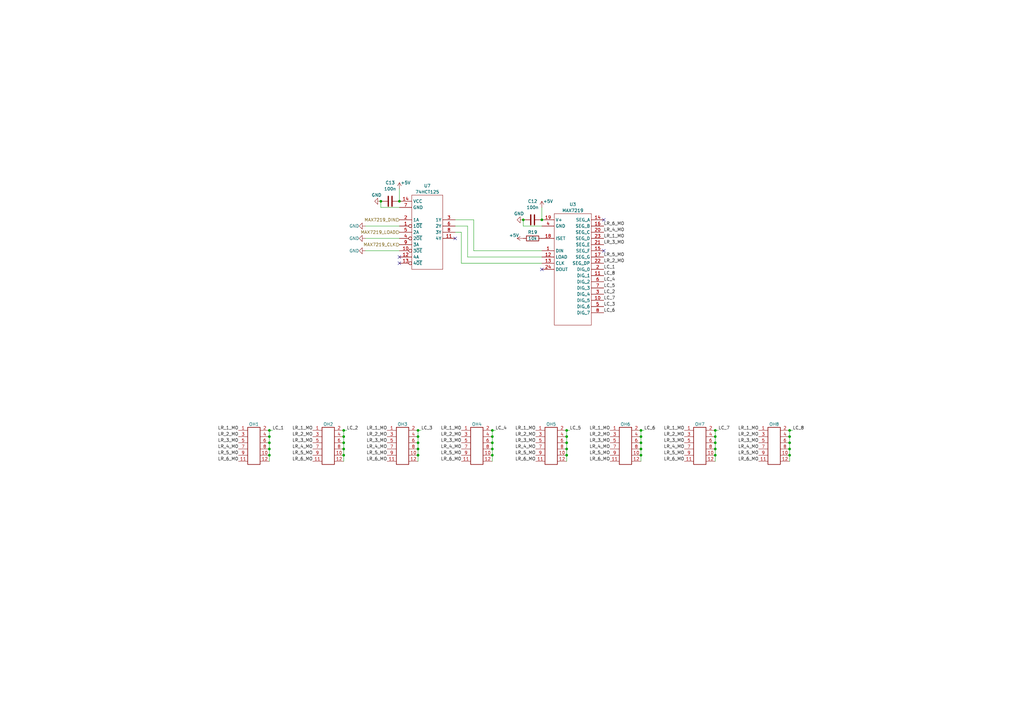
<source format=kicad_sch>
(kicad_sch (version 20211123) (generator eeschema)
  (paper "A3")
  (title_block (title "OpenDeck v2"))
  (lib_symbols
    (symbol "Connector_Generic:Conn_02x06_Odd_Even" (pin_names (offset 1.016) hide)
      (property "Reference" "OH1" (at 1.27 10.16 0))
      (symbol "Conn_02x06_Odd_Even_1_1"
        (rectangle (start -1.27 6.35) (end 3.81 -8.89) (stroke (width 0.254)))
        (pin passive line (at -5.08 5.08 0) (length 3.81) (name "Pin_1") (number "1"))
        (pin passive line (at 7.62 -5.08 180) (length 3.81) (name "Pin_10") (number "10"))
        (pin passive line (at -5.08 -7.62 0) (length 3.81) (name "Pin_11") (number "11"))
        (pin passive line (at 7.62 -7.62 180) (length 3.81) (name "Pin_12") (number "12"))
        (pin passive line (at 7.62 5.08 180) (length 3.81) (name "Pin_2") (number "2"))
        (pin passive line (at -5.08 2.54 0) (length 3.81) (name "Pin_3") (number "3"))
        (pin passive line (at 7.62 2.54 180) (length 3.81) (name "Pin_4") (number "4"))
        (pin passive line (at -5.08 0 0) (length 3.81) (name "Pin_5") (number "5"))
        (pin passive line (at 7.62 0 180) (length 3.81) (name "Pin_6") (number "6"))
        (pin passive line (at -5.08 -2.54 0) (length 3.81) (name "Pin_7") (number "7"))
        (pin passive line (at 7.62 -2.54 180) (length 3.81) (name "Pin_8") (number "8"))
        (pin passive line (at -5.08 -5.08 0) (length 3.81) (name "Pin_9") (number "9"))
      )
    )
    (symbol "Device:C" (pin_numbers hide) (pin_names (offset 0.254))
      (property "Reference" "C" (at 0.635 2.54 0))
      (property "Value" "C" (at 0.635 -2.54 0))
      (symbol "C_0_1"
        (polyline (pts (xy -2.032 -0.762) (xy 2.032 -0.762)) (stroke (width 0.508)))
        (polyline (pts (xy -2.032 0.762) (xy 2.032 0.762)) (stroke (width 0.508)))
      )
      (symbol "C_1_1"
        (pin passive line (at 0 3.81 270) (length 2.794) (name "~") (number "1"))
        (pin passive line (at 0 -3.81 90) (length 2.794) (name "~") (number "2"))
      )
    )
    (symbol "Device:R" (pin_numbers hide) (pin_names (offset 0))
      (property "Reference" "R" (at 2.032 0 90))
      (property "Value" "R" (at 0 0 90))
      (symbol "R_0_1"
        (rectangle (start -1.016 -2.54) (end 1.016 2.54) (stroke (width 0.254)))
      )
      (symbol "R_1_1"
        (pin passive line (at 0 3.81 270) (length 1.27) (name "~") (number "1"))
        (pin passive line (at 0 -3.81 90) (length 1.27) (name "~") (number "2"))
      )
    )
    (symbol "Igor:74AHCT125"
      (property "Reference" "U?" (at 6.35 34.29 0))
      (property "Value" "74AHCT125" (at 6.35 31.75 0))
      (symbol "74AHCT125_0_0"
        (pin power_in line (at -5.08 27.94 0) (length 5.08) (name "VCC") (number "14"))
      )
      (symbol "74AHCT125_0_1"
        (rectangle (start 0 30.48) (end 12.7 0))
      )
      (symbol "74AHCT125_1_1"
        (pin input inverted (at -5.08 17.78 0) (length 5.08) (name "1~{OE}") (number "1"))
        (pin input inverted (at -5.08 7.62 0) (length 5.08) (name "3~{OE}") (number "10"))
        (pin output line (at 17.78 12.7 180) (length 5.08) (name "4Y") (number "11"))
        (pin input line (at -5.08 5.08 0) (length 5.08) (name "4A") (number "12"))
        (pin input inverted (at -5.08 2.54 0) (length 5.08) (name "4~{OE}") (number "13"))
        (pin input line (at -5.08 20.32 0) (length 5.08) (name "1A") (number "2"))
        (pin output line (at 17.78 20.32 180) (length 5.08) (name "1Y") (number "3"))
        (pin input inverted (at -5.08 12.7 0) (length 5.08) (name "2~{OE}") (number "4"))
        (pin input line (at -5.08 15.24 0) (length 5.08) (name "2A") (number "5"))
        (pin output line (at 17.78 17.78 180) (length 5.08) (name "2Y") (number "6"))
        (pin power_in line (at -5.08 25.4 0) (length 5.08) (name "GND") (number "7"))
        (pin output line (at 17.78 15.24 180) (length 5.08) (name "3Y") (number "8"))
        (pin input line (at -5.08 10.16 0) (length 5.08) (name "3A") (number "9"))
      )
    )
    (symbol "Igor:MAX7219"
      (property "Reference" "U?" (at 7.62 49.53 0))
      (property "Value" "MAX7219" (at 7.62 46.99 0))
      (symbol "MAX7219_0_1"
        (rectangle (start 0 45.72) (end 15.24 0))
      )
      (symbol "MAX7219_1_1"
        (pin input line (at -5.08 30.48 0) (length 5.08) (name "DIN") (number "1"))
        (pin output line (at 20.32 10.16 180) (length 5.08) (name "DIG_5") (number "10"))
        (pin output line (at 20.32 20.32 180) (length 5.08) (name "DIG_1") (number "11"))
        (pin input line (at -5.08 27.94 0) (length 5.08) (name "LOAD") (number "12"))
        (pin input line (at -5.08 25.4 0) (length 5.08) (name "CLK") (number "13"))
        (pin output line (at 20.32 43.18 180) (length 5.08) (name "SEG_A") (number "14"))
        (pin output line (at 20.32 30.48 180) (length 5.08) (name "SEG_F") (number "15"))
        (pin output line (at 20.32 40.64 180) (length 5.08) (name "SEG_B") (number "16"))
        (pin output line (at 20.32 27.94 180) (length 5.08) (name "SEG_G") (number "17"))
        (pin input line (at -5.08 35.56 0) (length 5.08) (name "ISET") (number "18"))
        (pin power_in line (at -5.08 43.18 0) (length 5.08) (name "V+") (number "19"))
        (pin output line (at 20.32 22.86 180) (length 5.08) (name "DIG_0") (number "2"))
        (pin output line (at 20.32 38.1 180) (length 5.08) (name "SEG_C") (number "20"))
        (pin output line (at 20.32 33.02 180) (length 5.08) (name "SEG_E") (number "21"))
        (pin output line (at 20.32 25.4 180) (length 5.08) (name "SEG_DP") (number "22"))
        (pin output line (at 20.32 35.56 180) (length 5.08) (name "SEG_D") (number "23"))
        (pin output line (at -5.08 22.86 0) (length 5.08) (name "DOUT") (number "24"))
        (pin output line (at 20.32 12.7 180) (length 5.08) (name "DIG_4") (number "3"))
        (pin power_in line (at -5.08 40.64 0) (length 5.08) (name "GND") (number "4"))
        (pin output line (at 20.32 7.62 180) (length 5.08) (name "DIG_6") (number "5"))
        (pin output line (at 20.32 17.78 180) (length 5.08) (name "DIG_2") (number "6"))
        (pin output line (at 20.32 15.24 180) (length 5.08) (name "DIG_3") (number "7"))
        (pin output line (at 20.32 5.08 180) (length 5.08) (name "DIG_7") (number "8"))
        (pin passive line (at -5.08 40.64 0) (length 5.08) hide (name "GND") (number "9"))
      )
    )
    (symbol "power:+5V" (power) (pin_names (offset 0))
      (property "Value" "+5V" (at 0 3.556 0))
      (symbol "+5V_0_1"
        (polyline (pts (xy -0.762 1.27) (xy 0 2.54)))
        (polyline (pts (xy 0 0) (xy 0 2.54)))
        (polyline (pts (xy 0 2.54) (xy 0.762 1.27)))
      )
      (symbol "+5V_1_1"
        (pin power_in line (at 0 0 90) (length 0) hide (name "+5V") (number "1"))
      )
    )
    (symbol "power:GND" (power) (pin_names (offset 0))
      (property "Value" "GND" (at 0 -3.81 0))
      (symbol "GND_0_1"
        (polyline (pts (xy 0 0) (xy 0 -1.27) (xy 1.27 -1.27) (xy 0 -2.54) (xy -1.27 -1.27) (xy 0 -1.27)))
      )
      (symbol "GND_1_1"
        (pin power_in line (at 0 0 270) (length 0) hide (name "GND") (number "1"))
      )
    )
  )
  (junction (at 323.85 181.61))
  (junction (at 171.45 176.53))
  (junction (at 140.97 181.61))
  (junction (at 262.89 181.61))
  (junction (at 171.45 181.61))
  (junction (at 262.89 186.69))
  (junction (at 156.21 82.55))
  (junction (at 140.97 179.07))
  (junction (at 323.85 186.69))
  (junction (at 262.89 184.15))
  (junction (at 201.93 181.61))
  (junction (at 171.45 179.07))
  (junction (at 323.85 179.07))
  (junction (at 110.49 186.69))
  (junction (at 262.89 179.07))
  (junction (at 140.97 176.53))
  (junction (at 293.37 179.07))
  (junction (at 293.37 186.69))
  (junction (at 110.49 176.53))
  (junction (at 140.97 184.15))
  (junction (at 323.85 176.53))
  (junction (at 214.63 90.17))
  (junction (at 293.37 181.61))
  (junction (at 232.41 176.53))
  (junction (at 201.93 186.69))
  (junction (at 201.93 176.53))
  (junction (at 110.49 179.07))
  (junction (at 293.37 184.15))
  (junction (at 110.49 184.15))
  (junction (at 171.45 186.69))
  (junction (at 293.37 176.53))
  (junction (at 140.97 186.69))
  (junction (at 110.49 181.61))
  (junction (at 323.85 184.15))
  (junction (at 201.93 179.07))
  (junction (at 232.41 184.15))
  (junction (at 201.93 184.15))
  (junction (at 222.25 90.17))
  (junction (at 262.89 176.53))
  (junction (at 232.41 181.61))
  (junction (at 232.41 186.69))
  (junction (at 171.45 184.15))
  (junction (at 163.83 82.55))
  (junction (at 232.41 179.07))
  (no_connect (at 163.83 105.41))
  (no_connect (at 163.83 107.95))
  (no_connect (at 247.65 102.87))
  (no_connect (at 186.69 97.79))
  (no_connect (at 222.25 110.49))
  (no_connect (at 247.65 90.17))
  (wire (pts (xy 293.37 176.53) (xy 294.64 176.53)))
  (wire (pts (xy 262.89 179.07) (xy 262.89 181.61)))
  (wire (pts (xy 232.41 179.07) (xy 232.41 181.61)))
  (wire (pts (xy 201.93 181.61) (xy 201.93 184.15)))
  (wire (pts (xy 323.85 176.53) (xy 325.12 176.53)))
  (wire (pts (xy 323.85 181.61) (xy 323.85 184.15)))
  (wire (pts (xy 171.45 186.69) (xy 171.45 189.23)))
  (wire (pts (xy 222.25 85.09) (xy 222.25 90.17)))
  (wire (pts (xy 262.89 176.53) (xy 264.16 176.53)))
  (wire (pts (xy 163.83 77.47) (xy 163.83 82.55)))
  (wire (pts (xy 110.49 184.15) (xy 110.49 186.69)))
  (wire (pts (xy 140.97 186.69) (xy 140.97 189.23)))
  (wire (pts (xy 110.49 176.53) (xy 111.76 176.53)))
  (wire (pts (xy 262.89 181.61) (xy 262.89 184.15)))
  (wire (pts (xy 140.97 184.15) (xy 140.97 186.69)))
  (wire (pts (xy 232.41 184.15) (xy 232.41 186.69)))
  (wire (pts (xy 293.37 179.07) (xy 293.37 181.61)))
  (wire (pts (xy 323.85 176.53) (xy 323.85 179.07)))
  (wire (pts (xy 293.37 184.15) (xy 293.37 186.69)))
  (wire (pts (xy 140.97 176.53) (xy 140.97 179.07)))
  (wire (pts (xy 293.37 176.53) (xy 293.37 179.07)))
  (wire (pts (xy 110.49 176.53) (xy 110.49 179.07)))
  (wire (pts (xy 232.41 181.61) (xy 232.41 184.15)))
  (wire (pts (xy 171.45 179.07) (xy 171.45 181.61)))
  (wire (pts (xy 232.41 176.53) (xy 232.41 179.07)))
  (wire (pts (xy 110.49 186.69) (xy 110.49 189.23)))
  (wire (pts (xy 194.31 90.17) (xy 194.31 102.87)))
  (wire (pts (xy 201.93 176.53) (xy 203.2 176.53)))
  (wire (pts (xy 191.77 92.71) (xy 191.77 105.41)))
  (wire (pts (xy 171.45 181.61) (xy 171.45 184.15)))
  (wire (pts (xy 214.63 92.71) (xy 214.63 90.17)))
  (wire (pts (xy 110.49 181.61) (xy 110.49 184.15)))
  (wire (pts (xy 149.86 97.79) (xy 163.83 97.79)))
  (wire (pts (xy 262.89 186.69) (xy 262.89 189.23)))
  (wire (pts (xy 201.93 179.07) (xy 201.93 181.61)))
  (wire (pts (xy 262.89 176.53) (xy 262.89 179.07)))
  (wire (pts (xy 323.85 186.69) (xy 323.85 189.23)))
  (wire (pts (xy 149.86 92.71) (xy 163.83 92.71)))
  (wire (pts (xy 186.69 90.17) (xy 194.31 90.17)))
  (wire (pts (xy 171.45 176.53) (xy 171.45 179.07)))
  (wire (pts (xy 201.93 186.69) (xy 201.93 189.23)))
  (wire (pts (xy 323.85 179.07) (xy 323.85 181.61)))
  (wire (pts (xy 140.97 179.07) (xy 140.97 181.61)))
  (wire (pts (xy 194.31 102.87) (xy 222.25 102.87)))
  (wire (pts (xy 293.37 186.69) (xy 293.37 189.23)))
  (wire (pts (xy 186.69 92.71) (xy 191.77 92.71)))
  (wire (pts (xy 201.93 184.15) (xy 201.93 186.69)))
  (wire (pts (xy 262.89 184.15) (xy 262.89 186.69)))
  (wire (pts (xy 232.41 176.53) (xy 233.68 176.53)))
  (wire (pts (xy 186.69 95.25) (xy 189.23 95.25)))
  (wire (pts (xy 171.45 176.53) (xy 172.72 176.53)))
  (wire (pts (xy 149.86 102.87) (xy 163.83 102.87)))
  (wire (pts (xy 163.83 85.09) (xy 156.21 85.09)))
  (wire (pts (xy 171.45 184.15) (xy 171.45 186.69)))
  (wire (pts (xy 110.49 179.07) (xy 110.49 181.61)))
  (wire (pts (xy 222.25 92.71) (xy 214.63 92.71)))
  (wire (pts (xy 189.23 107.95) (xy 222.25 107.95)))
  (wire (pts (xy 140.97 176.53) (xy 142.24 176.53)))
  (wire (pts (xy 140.97 181.61) (xy 140.97 184.15)))
  (wire (pts (xy 293.37 181.61) (xy 293.37 184.15)))
  (wire (pts (xy 232.41 186.69) (xy 232.41 189.23)))
  (wire (pts (xy 323.85 184.15) (xy 323.85 186.69)))
  (wire (pts (xy 191.77 105.41) (xy 222.25 105.41)))
  (wire (pts (xy 189.23 95.25) (xy 189.23 107.95)))
  (wire (pts (xy 156.21 85.09) (xy 156.21 82.55)))
  (wire (pts (xy 201.93 176.53) (xy 201.93 179.07)))
  (label "LR_4_MO" (at 219.71 184.15 180))
  (label "LC_2" (at 142.24 176.53 0))
  (label "LC_3" (at 247.65 125.73 0))
  (label "LR_1_MO" (at 128.27 176.53 180))
  (label "LR_1_MO" (at 250.19 176.53 180))
  (label "LR_3_MO" (at 219.71 181.61 180))
  (label "LR_2_MO" (at 280.67 179.07 180))
  (label "LC_7" (at 294.64 176.53 0))
  (label "LR_5_MO" (at 280.67 186.69 180))
  (label "LR_6_MO" (at 219.71 189.23 180))
  (label "LR_2_MO" (at 189.23 179.07 180))
  (label "LR_6_MO" (at 128.27 189.23 180))
  (label "LR_6_MO" (at 311.15 189.23 180))
  (label "LC_6" (at 264.16 176.53 0))
  (label "LR_2_MO" (at 158.75 179.07 180))
  (label "LR_6_MO" (at 250.19 189.23 180))
  (label "LR_1_MO" (at 311.15 176.53 180))
  (label "LR_5_MO" (at 97.79 186.69 180))
  (label "LC_5" (at 247.65 118.11 0))
  (label "LR_6_MO" (at 247.65 92.71 0))
  (label "LC_6" (at 247.65 128.27 0))
  (label "LR_2_MO" (at 311.15 179.07 180))
  (label "LC_5" (at 233.68 176.53 0))
  (label "LR_4_MO" (at 311.15 184.15 180))
  (label "LC_8" (at 325.12 176.53 0))
  (label "LR_2_MO" (at 97.79 179.07 180))
  (label "LR_4_MO" (at 158.75 184.15 180))
  (label "LR_1_MO" (at 158.75 176.53 180))
  (label "LR_3_MO" (at 311.15 181.61 180))
  (label "LR_1_MO" (at 189.23 176.53 180))
  (label "LR_3_MO" (at 158.75 181.61 180))
  (label "LR_5_MO" (at 189.23 186.69 180))
  (label "LR_5_MO" (at 158.75 186.69 180))
  (label "LR_5_MO" (at 219.71 186.69 180))
  (label "LR_5_MO" (at 250.19 186.69 180))
  (label "LR_5_MO" (at 128.27 186.69 180))
  (label "LR_2_MO" (at 247.65 107.95 0))
  (label "LR_4_MO" (at 250.19 184.15 180))
  (label "LC_8" (at 247.65 113.03 0))
  (label "LR_4_MO" (at 280.67 184.15 180))
  (label "LR_6_MO" (at 97.79 189.23 180))
  (label "LC_7" (at 247.65 123.19 0))
  (label "LC_4" (at 203.2 176.53 0))
  (label "LR_4_MO" (at 128.27 184.15 180))
  (label "LR_2_MO" (at 250.19 179.07 180))
  (label "LR_4_MO" (at 97.79 184.15 180))
  (label "LC_3" (at 172.72 176.53 0))
  (label "LC_1" (at 247.65 110.49 0))
  (label "LR_1_MO" (at 280.67 176.53 180))
  (label "LR_3_MO" (at 250.19 181.61 180))
  (label "LR_6_MO" (at 189.23 189.23 180))
  (label "LC_1" (at 111.76 176.53 0))
  (label "LC_4" (at 247.65 115.57 0))
  (label "LR_3_MO" (at 189.23 181.61 180))
  (label "LR_2_MO" (at 219.71 179.07 180))
  (label "LR_3_MO" (at 247.65 100.33 0))
  (label "LR_4_MO" (at 189.23 184.15 180))
  (label "LR_3_MO" (at 128.27 181.61 180))
  (label "LR_3_MO" (at 97.79 181.61 180))
  (label "LR_6_MO" (at 158.75 189.23 180))
  (label "LR_1_MO" (at 247.65 97.79 0))
  (label "LR_5_MO" (at 311.15 186.69 180))
  (label "LR_2_MO" (at 128.27 179.07 180))
  (label "LR_6_MO" (at 280.67 189.23 180))
  (label "LR_1_MO" (at 97.79 176.53 180))
  (label "LR_1_MO" (at 219.71 176.53 180))
  (label "LR_5_MO" (at 247.65 105.41 0))
  (label "LR_4_MO" (at 247.65 95.25 0))
  (label "LC_2" (at 247.65 120.65 0))
  (label "LR_3_MO" (at 280.67 181.61 180))
  (hierarchical_label "MAX7219_CLK" (shape input) (at 163.83 100.33 180))
  (hierarchical_label "MAX7219_DIN" (shape input) (at 163.83 90.17 180))
  (hierarchical_label "MAX7219_LOAD" (shape input) (at 163.83 95.25 180))
  (symbol (lib_id "power:GND") (at 149.86 97.79 270) (unit 1)
    (property "Reference" "#PWR0108" (effects hide))
    (property "Value" "GND" (at 147.32 97.79 90) (effects (justify right)))
  )
  (symbol (lib_id "Connector_Generic:Conn_02x06_Odd_Even") (at 255.27 181.61 0) (unit 1)
    (property "Reference" "OH6" (at 256.54 173.99 0))
    (property "Value" "Conn_02x08_Top_Bottom" (effects hide))
    (property "Footprint" "Connector_PinHeader_2.54mm:PinHeader_2x06_P2.54mm_Vertical" (effects hide))
  )
  (symbol (lib_id "Device:R") (at 218.44 97.79 90) (unit 1)
    (property "Reference" "R19" (at 218.44 95.25 90))
    (property "Value" "10k" (at 218.44 97.79 90))
    (property "Footprint" "Resistor_SMD:R_0402_1005Metric" (effects hide))
    (property "LCSC" "C25744" (effects hide))
  )
  (symbol (lib_id "Connector_Generic:Conn_02x06_Odd_Even") (at 285.75 181.61 0) (unit 1)
    (property "Reference" "OH7" (at 287.02 173.99 0))
    (property "Value" "Conn_02x08_Top_Bottom" (effects hide))
    (property "Footprint" "Connector_PinHeader_2.54mm:PinHeader_2x06_P2.54mm_Vertical" (effects hide))
  )
  (symbol (lib_id "Connector_Generic:Conn_02x06_Odd_Even") (at 102.87 181.61 0) (unit 1)
    (property "Reference" "OH1" (at 104.14 173.99 0))
    (property "Value" "Conn_02x08_Top_Bottom" (effects hide))
    (property "Footprint" "Connector_PinHeader_2.54mm:PinHeader_2x06_P2.54mm_Vertical" (effects hide))
  )
  (symbol (lib_id "power:+5V") (at 222.25 85.09 0) (unit 1)
    (property "Reference" "#PWR0111" (effects hide))
    (property "Value" "+5V" (at 224.79 82.55 0))
  )
  (symbol (lib_id "Connector_Generic:Conn_02x06_Odd_Even") (at 163.83 181.61 0) (unit 1)
    (property "Reference" "OH3" (at 165.1 173.99 0))
    (property "Value" "Conn_02x08_Top_Bottom" (effects hide))
    (property "Footprint" "Connector_PinHeader_2.54mm:PinHeader_2x06_P2.54mm_Vertical" (effects hide))
  )
  (symbol (lib_id "Connector_Generic:Conn_02x06_Odd_Even") (at 133.35 181.61 0) (unit 1)
    (property "Reference" "OH2" (at 134.62 173.99 0))
    (property "Value" "Conn_02x08_Top_Bottom" (effects hide))
    (property "Footprint" "Connector_PinHeader_2.54mm:PinHeader_2x06_P2.54mm_Vertical" (effects hide))
  )
  (symbol (lib_id "power:+5V") (at 163.83 77.47 0) (unit 1)
    (property "Reference" "#PWR0114" (effects hide))
    (property "Value" "+5V" (at 166.37 74.93 0))
  )
  (symbol (lib_id "Igor:74AHCT125") (at 168.91 110.49 0) (unit 1)
    (property "Reference" "U7" (at 175.26 76.2 0))
    (property "Value" "74HCT125" (at 175.26 78.74 0))
    (property "Footprint" "Package_SO:TSSOP-14_4.4x5mm_P0.65mm" (effects hide))
    (property "LCSC" "C36365" (effects hide))
  )
  (symbol (lib_id "power:GND") (at 149.86 92.71 270) (unit 1)
    (property "Reference" "#PWR0109" (effects hide))
    (property "Value" "GND" (at 147.32 92.71 90) (effects (justify right)))
  )
  (symbol (lib_id "power:GND") (at 156.21 82.55 270) (unit 1)
    (property "Reference" "#PWR0110" (effects hide))
    (property "Value" "GND" (at 152.4 80.01 90) (effects (justify left)))
  )
  (symbol (lib_id "power:+5V") (at 214.63 97.79 90) (unit 1)
    (property "Reference" "#PWR0113" (effects hide))
    (property "Value" "+5V" (at 210.82 96.52 90))
  )
  (symbol (lib_id "Igor:MAX7219") (at 227.33 133.35 0) (unit 1)
    (property "Reference" "U3" (at 234.95 83.82 0))
    (property "Value" "MAX7219" (at 234.95 86.36 0))
    (property "Footprint" "Package_SO:SOIC-24W_7.5x15.4mm_P1.27mm" (effects hide))
    (property "LCSC" "C9964" (effects hide))
  )
  (symbol (lib_id "power:GND") (at 149.86 102.87 270) (unit 1)
    (property "Reference" "#PWR0107" (effects hide))
    (property "Value" "GND" (at 147.32 102.87 90) (effects (justify right)))
  )
  (symbol (lib_id "power:GND") (at 214.63 90.17 270) (unit 1)
    (property "Reference" "#PWR0112" (effects hide))
    (property "Value" "GND" (at 210.82 87.63 90) (effects (justify left)))
  )
  (symbol (lib_id "Device:C") (at 160.02 82.55 90) (unit 1)
    (property "Reference" "C13" (at 160.02 74.93 90))
    (property "Value" "100n" (at 160.02 77.47 90))
    (property "Footprint" "Capacitor_SMD:C_0402_1005Metric" (effects hide))
    (property "LCSC" "C1525" (effects hide))
  )
  (symbol (lib_id "Connector_Generic:Conn_02x06_Odd_Even") (at 316.23 181.61 0) (unit 1)
    (property "Reference" "OH8" (at 317.5 173.99 0))
    (property "Value" "Conn_02x08_Top_Bottom" (effects hide))
    (property "Footprint" "Connector_PinHeader_2.54mm:PinHeader_2x06_P2.54mm_Vertical" (effects hide))
  )
  (symbol (lib_id "Device:C") (at 218.44 90.17 90) (unit 1)
    (property "Reference" "C12" (at 218.44 82.55 90))
    (property "Value" "100n" (at 218.44 85.09 90))
    (property "Footprint" "Capacitor_SMD:C_0402_1005Metric" (effects hide))
    (property "LCSC" "C1525" (effects hide))
  )
  (symbol (lib_id "Connector_Generic:Conn_02x06_Odd_Even") (at 224.79 181.61 0) (unit 1)
    (property "Reference" "OH5" (at 226.06 173.99 0))
    (property "Value" "Conn_02x08_Top_Bottom" (effects hide))
    (property "Footprint" "Connector_PinHeader_2.54mm:PinHeader_2x06_P2.54mm_Vertical" (effects hide))
  )
  (symbol (lib_id "Connector_Generic:Conn_02x06_Odd_Even") (at 194.31 181.61 0) (unit 1)
    (property "Reference" "OH4" (at 195.58 173.99 0))
    (property "Value" "Conn_02x08_Top_Bottom" (effects hide))
    (property "Footprint" "Connector_PinHeader_2.54mm:PinHeader_2x06_P2.54mm_Vertical" (effects hide))
  )
)
</source>
